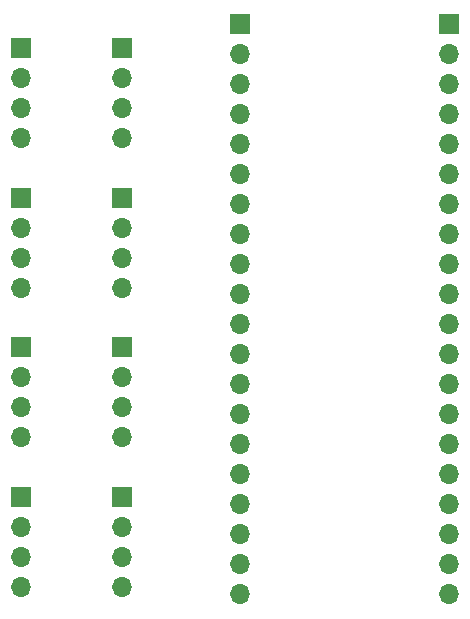
<source format=gbr>
%TF.GenerationSoftware,KiCad,Pcbnew,8.0.8*%
%TF.CreationDate,2025-03-26T17:58:07-04:00*%
%TF.ProjectId,GRIT_main_sub_PCB,47524954-5f6d-4616-996e-5f7375625f50,rev?*%
%TF.SameCoordinates,Original*%
%TF.FileFunction,Soldermask,Bot*%
%TF.FilePolarity,Negative*%
%FSLAX46Y46*%
G04 Gerber Fmt 4.6, Leading zero omitted, Abs format (unit mm)*
G04 Created by KiCad (PCBNEW 8.0.8) date 2025-03-26 17:58:07*
%MOMM*%
%LPD*%
G01*
G04 APERTURE LIST*
%ADD10R,1.700000X1.700000*%
%ADD11O,1.700000X1.700000*%
G04 APERTURE END LIST*
D10*
%TO.C,REF\u002A\u002A*%
X55835000Y-22860000D03*
D11*
X55835000Y-25400000D03*
X55835000Y-27940000D03*
X55835000Y-30480000D03*
X55835000Y-33020000D03*
X55835000Y-35560000D03*
X55835000Y-38100000D03*
X55835000Y-40640000D03*
X55835000Y-43180000D03*
X55835000Y-45720000D03*
X55835000Y-48260000D03*
X55835000Y-50800000D03*
X55835000Y-53340000D03*
X55835000Y-55880000D03*
X55835000Y-58420000D03*
X55835000Y-60960000D03*
X55835000Y-63500000D03*
X55835000Y-66040000D03*
X55835000Y-68580000D03*
X55835000Y-71120000D03*
%TD*%
D10*
%TO.C,REF\u002A\u002A*%
X38100000Y-22860000D03*
D11*
X38100000Y-25400000D03*
X38100000Y-27940000D03*
X38100000Y-30480000D03*
X38100000Y-33020000D03*
X38100000Y-35560000D03*
X38100000Y-38100000D03*
X38100000Y-40640000D03*
X38100000Y-43180000D03*
X38100000Y-45720000D03*
X38100000Y-48260000D03*
X38100000Y-50800000D03*
X38100000Y-53340000D03*
X38100000Y-55880000D03*
X38100000Y-58420000D03*
X38100000Y-60960000D03*
X38100000Y-63500000D03*
X38100000Y-66040000D03*
X38100000Y-68580000D03*
X38100000Y-71120000D03*
%TD*%
D10*
%TO.C,Vdd*%
X19600000Y-24860000D03*
D11*
X19600000Y-27400000D03*
X19600000Y-29940000D03*
X19600000Y-32480000D03*
%TD*%
D10*
%TO.C,Vdd*%
X19600000Y-62860000D03*
D11*
X19600000Y-65400000D03*
X19600000Y-67940000D03*
X19600000Y-70480000D03*
%TD*%
D10*
%TO.C,Vdd*%
X28100000Y-62860000D03*
D11*
X28100000Y-65400000D03*
X28100000Y-67940000D03*
X28100000Y-70480000D03*
%TD*%
D10*
%TO.C,Vdd*%
X19600000Y-37560000D03*
D11*
X19600000Y-40100000D03*
X19600000Y-42640000D03*
X19600000Y-45180000D03*
%TD*%
D10*
%TO.C,Vdd*%
X28100000Y-37560000D03*
D11*
X28100000Y-40100000D03*
X28100000Y-42640000D03*
X28100000Y-45180000D03*
%TD*%
D10*
%TO.C,Vdd*%
X28100000Y-24860000D03*
D11*
X28100000Y-27400000D03*
X28100000Y-29940000D03*
X28100000Y-32480000D03*
%TD*%
D10*
%TO.C,Vdd*%
X19600000Y-50160000D03*
D11*
X19600000Y-52700000D03*
X19600000Y-55240000D03*
X19600000Y-57780000D03*
%TD*%
D10*
%TO.C,Vdd*%
X28100000Y-50160000D03*
D11*
X28100000Y-52700000D03*
X28100000Y-55240000D03*
X28100000Y-57780000D03*
%TD*%
M02*

</source>
